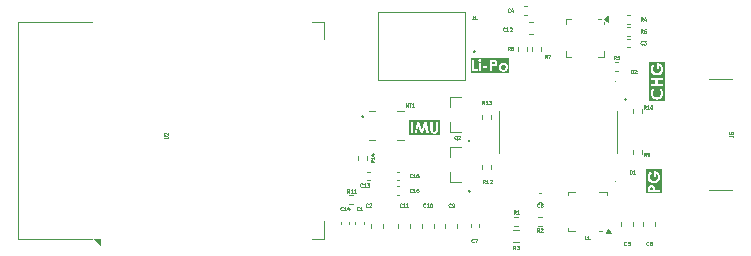
<source format=gbr>
%TF.GenerationSoftware,KiCad,Pcbnew,9.0.2*%
%TF.CreationDate,2025-11-10T16:04:38+08:00*%
%TF.ProjectId,TrlBoard,54726c42-6f61-4726-942e-6b696361645f,rev?*%
%TF.SameCoordinates,Original*%
%TF.FileFunction,Legend,Top*%
%TF.FilePolarity,Positive*%
%FSLAX46Y46*%
G04 Gerber Fmt 4.6, Leading zero omitted, Abs format (unit mm)*
G04 Created by KiCad (PCBNEW 9.0.2) date 2025-11-10 16:04:38*
%MOMM*%
%LPD*%
G01*
G04 APERTURE LIST*
%ADD10C,0.075000*%
%ADD11C,0.250000*%
%ADD12C,0.100000*%
G04 APERTURE END LIST*
D10*
X181450000Y-83357314D02*
X181435714Y-83371600D01*
X181435714Y-83371600D02*
X181392857Y-83385885D01*
X181392857Y-83385885D02*
X181364285Y-83385885D01*
X181364285Y-83385885D02*
X181321428Y-83371600D01*
X181321428Y-83371600D02*
X181292857Y-83343028D01*
X181292857Y-83343028D02*
X181278571Y-83314457D01*
X181278571Y-83314457D02*
X181264285Y-83257314D01*
X181264285Y-83257314D02*
X181264285Y-83214457D01*
X181264285Y-83214457D02*
X181278571Y-83157314D01*
X181278571Y-83157314D02*
X181292857Y-83128742D01*
X181292857Y-83128742D02*
X181321428Y-83100171D01*
X181321428Y-83100171D02*
X181364285Y-83085885D01*
X181364285Y-83085885D02*
X181392857Y-83085885D01*
X181392857Y-83085885D02*
X181435714Y-83100171D01*
X181435714Y-83100171D02*
X181450000Y-83114457D01*
X181707143Y-83085885D02*
X181650000Y-83085885D01*
X181650000Y-83085885D02*
X181621428Y-83100171D01*
X181621428Y-83100171D02*
X181607143Y-83114457D01*
X181607143Y-83114457D02*
X181578571Y-83157314D01*
X181578571Y-83157314D02*
X181564285Y-83214457D01*
X181564285Y-83214457D02*
X181564285Y-83328742D01*
X181564285Y-83328742D02*
X181578571Y-83357314D01*
X181578571Y-83357314D02*
X181592857Y-83371600D01*
X181592857Y-83371600D02*
X181621428Y-83385885D01*
X181621428Y-83385885D02*
X181678571Y-83385885D01*
X181678571Y-83385885D02*
X181707143Y-83371600D01*
X181707143Y-83371600D02*
X181721428Y-83357314D01*
X181721428Y-83357314D02*
X181735714Y-83328742D01*
X181735714Y-83328742D02*
X181735714Y-83257314D01*
X181735714Y-83257314D02*
X181721428Y-83228742D01*
X181721428Y-83228742D02*
X181707143Y-83214457D01*
X181707143Y-83214457D02*
X181678571Y-83200171D01*
X181678571Y-83200171D02*
X181621428Y-83200171D01*
X181621428Y-83200171D02*
X181592857Y-83214457D01*
X181592857Y-83214457D02*
X181578571Y-83228742D01*
X181578571Y-83228742D02*
X181564285Y-83257314D01*
X172200000Y-82234885D02*
X172100000Y-82092028D01*
X172028571Y-82234885D02*
X172028571Y-81934885D01*
X172028571Y-81934885D02*
X172142857Y-81934885D01*
X172142857Y-81934885D02*
X172171428Y-81949171D01*
X172171428Y-81949171D02*
X172185714Y-81963457D01*
X172185714Y-81963457D02*
X172200000Y-81992028D01*
X172200000Y-81992028D02*
X172200000Y-82034885D01*
X172200000Y-82034885D02*
X172185714Y-82063457D01*
X172185714Y-82063457D02*
X172171428Y-82077742D01*
X172171428Y-82077742D02*
X172142857Y-82092028D01*
X172142857Y-82092028D02*
X172028571Y-82092028D01*
X172314285Y-81963457D02*
X172328571Y-81949171D01*
X172328571Y-81949171D02*
X172357143Y-81934885D01*
X172357143Y-81934885D02*
X172428571Y-81934885D01*
X172428571Y-81934885D02*
X172457143Y-81949171D01*
X172457143Y-81949171D02*
X172471428Y-81963457D01*
X172471428Y-81963457D02*
X172485714Y-81992028D01*
X172485714Y-81992028D02*
X172485714Y-82020600D01*
X172485714Y-82020600D02*
X172471428Y-82063457D01*
X172471428Y-82063457D02*
X172300000Y-82234885D01*
X172300000Y-82234885D02*
X172485714Y-82234885D01*
D11*
G36*
X169215363Y-68081872D02*
G01*
X169263303Y-68101943D01*
X169304623Y-68135420D01*
X169335780Y-68178791D01*
X169354913Y-68230452D01*
X169361654Y-68292712D01*
X169354830Y-68354924D01*
X169335388Y-68406957D01*
X169303585Y-68451043D01*
X169261584Y-68485252D01*
X169213720Y-68505590D01*
X169158077Y-68512592D01*
X169102418Y-68505637D01*
X169054919Y-68485509D01*
X169013608Y-68451775D01*
X168982502Y-68408151D01*
X168963343Y-68355924D01*
X168956577Y-68292712D01*
X168963339Y-68231383D01*
X168982643Y-68179898D01*
X169014279Y-68136092D01*
X169056050Y-68102073D01*
X169103577Y-68081862D01*
X169158749Y-68074909D01*
X169215363Y-68081872D01*
G37*
G36*
X168348386Y-67847282D02*
G01*
X168386853Y-67854553D01*
X168410084Y-67864310D01*
X168434928Y-67885466D01*
X168449831Y-67913170D01*
X168455146Y-67949612D01*
X168450966Y-67981415D01*
X168439087Y-68007070D01*
X168420149Y-68027378D01*
X168395002Y-68041142D01*
X168361564Y-68048270D01*
X168295351Y-68051461D01*
X168234534Y-68051461D01*
X168234534Y-67844344D01*
X168288512Y-67844344D01*
X168348386Y-67847282D01*
G37*
G36*
X169675209Y-68809539D02*
G01*
X166381211Y-68809539D01*
X166381211Y-68665000D01*
X166506211Y-68665000D01*
X166976195Y-68665000D01*
X167080670Y-68665000D01*
X167267882Y-68665000D01*
X167267882Y-68379724D01*
X167462238Y-68379724D01*
X167809246Y-68379724D01*
X167809246Y-68207777D01*
X167462238Y-68207777D01*
X167462238Y-68379724D01*
X167267882Y-68379724D01*
X167267882Y-68051461D01*
X168043231Y-68051461D01*
X168043231Y-68665000D01*
X168234534Y-68665000D01*
X168234534Y-68294422D01*
X168770769Y-68294422D01*
X168778007Y-68373593D01*
X168799127Y-68445062D01*
X168834052Y-68510416D01*
X168883793Y-68570783D01*
X168943907Y-68620994D01*
X169008630Y-68656125D01*
X169079056Y-68677299D01*
X169156734Y-68684539D01*
X169227767Y-68678693D01*
X169293664Y-68661494D01*
X169355487Y-68632943D01*
X169411408Y-68594099D01*
X169458670Y-68546655D01*
X169497941Y-68489816D01*
X169527042Y-68427102D01*
X169544377Y-68361840D01*
X169550209Y-68293079D01*
X169544399Y-68224772D01*
X169527155Y-68160186D01*
X169498247Y-68098356D01*
X169459179Y-68042472D01*
X169411302Y-67995098D01*
X169353777Y-67955596D01*
X169290417Y-67926254D01*
X169224824Y-67908816D01*
X169156062Y-67902962D01*
X169085302Y-67909300D01*
X169019521Y-67928005D01*
X168957548Y-67959259D01*
X168898508Y-68004078D01*
X168852027Y-68053476D01*
X168816626Y-68106515D01*
X168791409Y-68163753D01*
X168776042Y-68226032D01*
X168770901Y-68292712D01*
X168770769Y-68294422D01*
X168234534Y-68294422D01*
X168234534Y-68235132D01*
X168369417Y-68230281D01*
X168436034Y-68219562D01*
X168495662Y-68196244D01*
X168544903Y-68164249D01*
X168585267Y-68123391D01*
X168615240Y-68074689D01*
X168633766Y-68017572D01*
X168640283Y-67949918D01*
X168635317Y-67888338D01*
X168621131Y-67834963D01*
X168598273Y-67788351D01*
X168566675Y-67747375D01*
X168528670Y-67715111D01*
X168483479Y-67690837D01*
X168433393Y-67675840D01*
X168357125Y-67664954D01*
X168246136Y-67660673D01*
X168043231Y-67660673D01*
X168043231Y-68051461D01*
X167267882Y-68051461D01*
X167267882Y-67922501D01*
X167080670Y-67922501D01*
X167080670Y-68665000D01*
X166976195Y-68665000D01*
X166976195Y-68481329D01*
X166697453Y-68481329D01*
X166697453Y-67734801D01*
X167055391Y-67734801D01*
X167059379Y-67768149D01*
X167071012Y-67797363D01*
X167090562Y-67823461D01*
X167115880Y-67843889D01*
X167143899Y-67855891D01*
X167175619Y-67859975D01*
X167206489Y-67855990D01*
X167233955Y-67844243D01*
X167258967Y-67824193D01*
X167278381Y-67798559D01*
X167289895Y-67770006D01*
X167293833Y-67737548D01*
X167289856Y-67704697D01*
X167278236Y-67675844D01*
X167258662Y-67649987D01*
X167233379Y-67629705D01*
X167205573Y-67617814D01*
X167174276Y-67613778D01*
X167142940Y-67617752D01*
X167115237Y-67629424D01*
X167090195Y-67649255D01*
X167070793Y-67674643D01*
X167059311Y-67702835D01*
X167055391Y-67734801D01*
X166697453Y-67734801D01*
X166697453Y-67660673D01*
X166506211Y-67660673D01*
X166506211Y-68665000D01*
X166381211Y-68665000D01*
X166381211Y-67488778D01*
X169675209Y-67488778D01*
X169675209Y-68809539D01*
G37*
G36*
X181731415Y-78457616D02*
G01*
X181757070Y-78469494D01*
X181777378Y-78488433D01*
X181791142Y-78513580D01*
X181798270Y-78547018D01*
X181801461Y-78613231D01*
X181801461Y-78674048D01*
X181594344Y-78674048D01*
X181594344Y-78620070D01*
X181597282Y-78560196D01*
X181604553Y-78521729D01*
X181614310Y-78498498D01*
X181635466Y-78473654D01*
X181663170Y-78458751D01*
X181699612Y-78453436D01*
X181731415Y-78457616D01*
G37*
G36*
X182563447Y-78990351D02*
G01*
X181262226Y-78990351D01*
X181262226Y-78662446D01*
X181410673Y-78662446D01*
X181410673Y-78865351D01*
X182415000Y-78865351D01*
X182415000Y-78674048D01*
X181985132Y-78674048D01*
X181980281Y-78539165D01*
X181969562Y-78472548D01*
X181946244Y-78412920D01*
X181914249Y-78363679D01*
X181873391Y-78323315D01*
X181824689Y-78293342D01*
X181767572Y-78274816D01*
X181699918Y-78268299D01*
X181638338Y-78273265D01*
X181584963Y-78287451D01*
X181538351Y-78310309D01*
X181497375Y-78341907D01*
X181465111Y-78379912D01*
X181440837Y-78425103D01*
X181425840Y-78475189D01*
X181414954Y-78551457D01*
X181412308Y-78620070D01*
X181410673Y-78662446D01*
X181262226Y-78662446D01*
X181262226Y-77587228D01*
X181387226Y-77587228D01*
X181394618Y-77686338D01*
X181415994Y-77775095D01*
X181450752Y-77855200D01*
X181499114Y-77927993D01*
X181562103Y-77994381D01*
X181623551Y-78042236D01*
X181688181Y-78078863D01*
X181756556Y-78104967D01*
X181829429Y-78120812D01*
X181907707Y-78126211D01*
X181979311Y-78121704D01*
X182047828Y-78108342D01*
X182113852Y-78086141D01*
X182177901Y-78054831D01*
X182237440Y-78015526D01*
X182289049Y-77970304D01*
X182333370Y-77918908D01*
X182370792Y-77860841D01*
X182399970Y-77798479D01*
X182421067Y-77731636D01*
X182434010Y-77659644D01*
X182438447Y-77581733D01*
X182431188Y-77485905D01*
X182410355Y-77401630D01*
X182376714Y-77326988D01*
X182329939Y-77259761D01*
X182270672Y-77200951D01*
X182197501Y-77150034D01*
X182117023Y-77111819D01*
X182034602Y-77089247D01*
X181949045Y-77081707D01*
X181906974Y-77083050D01*
X181906974Y-77588572D01*
X182086737Y-77588572D01*
X182086737Y-77297556D01*
X182141125Y-77329459D01*
X182182978Y-77365970D01*
X182214110Y-77407221D01*
X182236064Y-77454157D01*
X182249884Y-77509256D01*
X182254776Y-77574222D01*
X182248229Y-77648701D01*
X182229227Y-77715287D01*
X182198018Y-77775497D01*
X182153904Y-77830433D01*
X182100140Y-77876212D01*
X182041941Y-77908263D01*
X181978284Y-77927609D01*
X181907707Y-77934236D01*
X181839463Y-77927853D01*
X181777805Y-77909206D01*
X181721337Y-77878301D01*
X181669082Y-77834158D01*
X181626170Y-77781179D01*
X181595795Y-77722937D01*
X181577282Y-77658341D01*
X181570896Y-77585885D01*
X181576287Y-77519909D01*
X181592225Y-77457950D01*
X181618809Y-77399091D01*
X181656733Y-77342612D01*
X181707245Y-77288031D01*
X181575048Y-77153453D01*
X181513128Y-77218230D01*
X181467287Y-77280903D01*
X181435341Y-77342008D01*
X181408780Y-77419315D01*
X181392688Y-77500786D01*
X181387226Y-77587228D01*
X181262226Y-77587228D01*
X181262226Y-76956707D01*
X182563447Y-76956707D01*
X182563447Y-78990351D01*
G37*
G36*
X182813447Y-71169163D02*
G01*
X181512226Y-71169163D01*
X181512226Y-70508599D01*
X181637226Y-70508599D01*
X181641695Y-70580843D01*
X181654948Y-70650040D01*
X181676962Y-70716770D01*
X181707995Y-70781541D01*
X181746973Y-70842230D01*
X181791025Y-70894447D01*
X181840297Y-70938937D01*
X181895146Y-70976202D01*
X181954442Y-71005546D01*
X182018066Y-71026726D01*
X182086697Y-71039710D01*
X182161127Y-71044163D01*
X182253100Y-71037803D01*
X182335732Y-71019416D01*
X182410453Y-70989595D01*
X182478428Y-70948313D01*
X182540497Y-70894931D01*
X182593286Y-70832476D01*
X182634204Y-70763909D01*
X182663823Y-70688364D01*
X182682113Y-70604659D01*
X182688447Y-70511347D01*
X182683509Y-70427455D01*
X182669311Y-70352487D01*
X182646498Y-70285239D01*
X182613818Y-70222186D01*
X182564782Y-70152424D01*
X182496106Y-70074824D01*
X182361039Y-70204639D01*
X182413212Y-70262212D01*
X182449853Y-70312388D01*
X182473818Y-70356253D01*
X182490820Y-70403144D01*
X182501215Y-70453711D01*
X182504776Y-70508599D01*
X182499726Y-70572570D01*
X182484930Y-70631461D01*
X182460507Y-70686225D01*
X182427030Y-70735797D01*
X182386578Y-70776753D01*
X182338569Y-70809873D01*
X182285249Y-70833835D01*
X182226381Y-70848523D01*
X182160821Y-70853592D01*
X182090747Y-70847226D01*
X182027993Y-70828715D01*
X181971097Y-70798217D01*
X181919021Y-70754918D01*
X181875986Y-70702554D01*
X181845649Y-70645374D01*
X181827231Y-70582345D01*
X181820896Y-70512019D01*
X181826446Y-70446219D01*
X181842984Y-70383374D01*
X181870816Y-70322597D01*
X181910868Y-70263181D01*
X181964633Y-70204639D01*
X181837871Y-70070733D01*
X181778454Y-70130004D01*
X181729150Y-70195942D01*
X181689433Y-70269180D01*
X181660329Y-70347276D01*
X181643014Y-70426829D01*
X181637226Y-70508599D01*
X181512226Y-70508599D01*
X181512226Y-69373603D01*
X181660673Y-69373603D01*
X182039738Y-69373603D01*
X182039738Y-69709681D01*
X181660673Y-69709681D01*
X181660673Y-69903732D01*
X182665000Y-69903732D01*
X182665000Y-69709681D01*
X182223408Y-69709681D01*
X182223408Y-69373603D01*
X182665000Y-69373603D01*
X182665000Y-69180285D01*
X181660673Y-69180285D01*
X181660673Y-69373603D01*
X181512226Y-69373603D01*
X181512226Y-68457570D01*
X181637226Y-68457570D01*
X181644618Y-68556679D01*
X181665994Y-68645437D01*
X181700752Y-68725541D01*
X181749114Y-68798335D01*
X181812103Y-68864723D01*
X181873551Y-68912578D01*
X181938181Y-68949205D01*
X182006556Y-68975308D01*
X182079429Y-68991154D01*
X182157707Y-68996553D01*
X182229311Y-68992046D01*
X182297828Y-68978683D01*
X182363852Y-68956483D01*
X182427901Y-68925173D01*
X182487440Y-68885868D01*
X182539049Y-68840645D01*
X182583370Y-68789250D01*
X182620792Y-68731183D01*
X182649970Y-68668821D01*
X182671067Y-68601978D01*
X182684010Y-68529986D01*
X182688447Y-68452075D01*
X182681188Y-68356247D01*
X182660355Y-68271972D01*
X182626714Y-68197329D01*
X182579939Y-68130103D01*
X182520672Y-68071293D01*
X182447501Y-68020375D01*
X182367023Y-67982160D01*
X182284602Y-67959589D01*
X182199045Y-67952049D01*
X182156974Y-67953392D01*
X182156974Y-68458913D01*
X182336737Y-68458913D01*
X182336737Y-68167898D01*
X182391125Y-68199801D01*
X182432978Y-68236312D01*
X182464110Y-68277563D01*
X182486064Y-68324499D01*
X182499884Y-68379598D01*
X182504776Y-68444564D01*
X182498229Y-68519043D01*
X182479227Y-68585629D01*
X182448018Y-68645839D01*
X182403904Y-68700775D01*
X182350140Y-68746554D01*
X182291941Y-68778605D01*
X182228284Y-68797951D01*
X182157707Y-68804578D01*
X182089463Y-68798194D01*
X182027805Y-68779548D01*
X181971337Y-68748643D01*
X181919082Y-68704500D01*
X181876170Y-68651521D01*
X181845795Y-68593278D01*
X181827282Y-68528683D01*
X181820896Y-68456227D01*
X181826287Y-68390251D01*
X181842225Y-68328292D01*
X181868809Y-68269433D01*
X181906733Y-68212954D01*
X181957245Y-68158373D01*
X181825048Y-68023795D01*
X181763128Y-68088572D01*
X181717287Y-68151244D01*
X181685341Y-68212350D01*
X181658780Y-68289657D01*
X181642688Y-68371128D01*
X181637226Y-68457570D01*
X181512226Y-68457570D01*
X181512226Y-67827049D01*
X182813447Y-67827049D01*
X182813447Y-71169163D01*
G37*
G36*
X163790405Y-74063447D02*
G01*
X161203123Y-74063447D01*
X161203123Y-73915000D01*
X161328123Y-73915000D01*
X161518022Y-73915000D01*
X161656080Y-73915000D01*
X161842560Y-73915000D01*
X161952530Y-73280701D01*
X162163617Y-73915000D01*
X162332328Y-73915000D01*
X162546162Y-73280701D01*
X162654056Y-73915000D01*
X162838521Y-73915000D01*
X162769946Y-73508396D01*
X162985067Y-73508396D01*
X162990061Y-73629272D01*
X163002661Y-73710733D01*
X163019871Y-73762958D01*
X163047570Y-73809471D01*
X163085685Y-73851142D01*
X163135642Y-73888377D01*
X163191553Y-73915742D01*
X163254471Y-73932592D01*
X163325907Y-73938447D01*
X163405993Y-73931559D01*
X163472087Y-73912252D01*
X163512000Y-73891820D01*
X163548901Y-73865058D01*
X163583095Y-73831468D01*
X163624200Y-73774674D01*
X163648308Y-73718323D01*
X163660103Y-73648170D01*
X163665405Y-73508396D01*
X163665405Y-72910673D01*
X163473491Y-72910673D01*
X163473491Y-73535935D01*
X163469066Y-73628689D01*
X163459447Y-73672650D01*
X163440197Y-73704840D01*
X163408889Y-73731634D01*
X163369719Y-73748761D01*
X163321816Y-73754776D01*
X163276545Y-73749339D01*
X163240178Y-73734016D01*
X163210973Y-73709535D01*
X163191635Y-73678450D01*
X163181446Y-73637415D01*
X163176980Y-73559748D01*
X163176980Y-72910673D01*
X162985067Y-72910673D01*
X162985067Y-73508396D01*
X162769946Y-73508396D01*
X162669138Y-72910673D01*
X162484674Y-72910673D01*
X162248980Y-73611161D01*
X162016766Y-72910673D01*
X161829554Y-72910673D01*
X161656080Y-73915000D01*
X161518022Y-73915000D01*
X161518022Y-72910673D01*
X161328123Y-72910673D01*
X161328123Y-73915000D01*
X161203123Y-73915000D01*
X161203123Y-72785673D01*
X163790405Y-72785673D01*
X163790405Y-74063447D01*
G37*
D10*
X160892857Y-71634885D02*
X160892857Y-71334885D01*
X160892857Y-71334885D02*
X160992857Y-71549171D01*
X160992857Y-71549171D02*
X161092857Y-71334885D01*
X161092857Y-71334885D02*
X161092857Y-71634885D01*
X161192857Y-71334885D02*
X161364286Y-71334885D01*
X161278571Y-71634885D02*
X161278571Y-71334885D01*
X161621428Y-71634885D02*
X161449999Y-71634885D01*
X161535714Y-71634885D02*
X161535714Y-71334885D01*
X161535714Y-71334885D02*
X161507142Y-71377742D01*
X161507142Y-71377742D02*
X161478571Y-71406314D01*
X161478571Y-71406314D02*
X161449999Y-71420600D01*
X158234885Y-76182856D02*
X158092028Y-76282856D01*
X158234885Y-76354285D02*
X157934885Y-76354285D01*
X157934885Y-76354285D02*
X157934885Y-76239999D01*
X157934885Y-76239999D02*
X157949171Y-76211428D01*
X157949171Y-76211428D02*
X157963457Y-76197142D01*
X157963457Y-76197142D02*
X157992028Y-76182856D01*
X157992028Y-76182856D02*
X158034885Y-76182856D01*
X158034885Y-76182856D02*
X158063457Y-76197142D01*
X158063457Y-76197142D02*
X158077742Y-76211428D01*
X158077742Y-76211428D02*
X158092028Y-76239999D01*
X158092028Y-76239999D02*
X158092028Y-76354285D01*
X158234885Y-75897142D02*
X158234885Y-76068571D01*
X158234885Y-75982856D02*
X157934885Y-75982856D01*
X157934885Y-75982856D02*
X157977742Y-76011428D01*
X157977742Y-76011428D02*
X158006314Y-76039999D01*
X158006314Y-76039999D02*
X158020600Y-76068571D01*
X158034885Y-75640000D02*
X158234885Y-75640000D01*
X157920600Y-75711428D02*
X158134885Y-75782857D01*
X158134885Y-75782857D02*
X158134885Y-75597142D01*
X179878571Y-77334885D02*
X179878571Y-77034885D01*
X179878571Y-77034885D02*
X179950000Y-77034885D01*
X179950000Y-77034885D02*
X179992857Y-77049171D01*
X179992857Y-77049171D02*
X180021428Y-77077742D01*
X180021428Y-77077742D02*
X180035714Y-77106314D01*
X180035714Y-77106314D02*
X180050000Y-77163457D01*
X180050000Y-77163457D02*
X180050000Y-77206314D01*
X180050000Y-77206314D02*
X180035714Y-77263457D01*
X180035714Y-77263457D02*
X180021428Y-77292028D01*
X180021428Y-77292028D02*
X179992857Y-77320600D01*
X179992857Y-77320600D02*
X179950000Y-77334885D01*
X179950000Y-77334885D02*
X179878571Y-77334885D01*
X180335714Y-77334885D02*
X180164285Y-77334885D01*
X180250000Y-77334885D02*
X180250000Y-77034885D01*
X180250000Y-77034885D02*
X180221428Y-77077742D01*
X180221428Y-77077742D02*
X180192857Y-77106314D01*
X180192857Y-77106314D02*
X180164285Y-77120600D01*
X179978571Y-68834885D02*
X179978571Y-68534885D01*
X179978571Y-68534885D02*
X180050000Y-68534885D01*
X180050000Y-68534885D02*
X180092857Y-68549171D01*
X180092857Y-68549171D02*
X180121428Y-68577742D01*
X180121428Y-68577742D02*
X180135714Y-68606314D01*
X180135714Y-68606314D02*
X180150000Y-68663457D01*
X180150000Y-68663457D02*
X180150000Y-68706314D01*
X180150000Y-68706314D02*
X180135714Y-68763457D01*
X180135714Y-68763457D02*
X180121428Y-68792028D01*
X180121428Y-68792028D02*
X180092857Y-68820600D01*
X180092857Y-68820600D02*
X180050000Y-68834885D01*
X180050000Y-68834885D02*
X179978571Y-68834885D01*
X180264285Y-68563457D02*
X180278571Y-68549171D01*
X180278571Y-68549171D02*
X180307143Y-68534885D01*
X180307143Y-68534885D02*
X180378571Y-68534885D01*
X180378571Y-68534885D02*
X180407143Y-68549171D01*
X180407143Y-68549171D02*
X180421428Y-68563457D01*
X180421428Y-68563457D02*
X180435714Y-68592028D01*
X180435714Y-68592028D02*
X180435714Y-68620600D01*
X180435714Y-68620600D02*
X180421428Y-68663457D01*
X180421428Y-68663457D02*
X180250000Y-68834885D01*
X180250000Y-68834885D02*
X180435714Y-68834885D01*
X161407143Y-78856314D02*
X161392857Y-78870600D01*
X161392857Y-78870600D02*
X161350000Y-78884885D01*
X161350000Y-78884885D02*
X161321428Y-78884885D01*
X161321428Y-78884885D02*
X161278571Y-78870600D01*
X161278571Y-78870600D02*
X161250000Y-78842028D01*
X161250000Y-78842028D02*
X161235714Y-78813457D01*
X161235714Y-78813457D02*
X161221428Y-78756314D01*
X161221428Y-78756314D02*
X161221428Y-78713457D01*
X161221428Y-78713457D02*
X161235714Y-78656314D01*
X161235714Y-78656314D02*
X161250000Y-78627742D01*
X161250000Y-78627742D02*
X161278571Y-78599171D01*
X161278571Y-78599171D02*
X161321428Y-78584885D01*
X161321428Y-78584885D02*
X161350000Y-78584885D01*
X161350000Y-78584885D02*
X161392857Y-78599171D01*
X161392857Y-78599171D02*
X161407143Y-78613457D01*
X161692857Y-78884885D02*
X161521428Y-78884885D01*
X161607143Y-78884885D02*
X161607143Y-78584885D01*
X161607143Y-78584885D02*
X161578571Y-78627742D01*
X161578571Y-78627742D02*
X161550000Y-78656314D01*
X161550000Y-78656314D02*
X161521428Y-78670600D01*
X161950000Y-78584885D02*
X161892857Y-78584885D01*
X161892857Y-78584885D02*
X161864285Y-78599171D01*
X161864285Y-78599171D02*
X161850000Y-78613457D01*
X161850000Y-78613457D02*
X161821428Y-78656314D01*
X161821428Y-78656314D02*
X161807142Y-78713457D01*
X161807142Y-78713457D02*
X161807142Y-78827742D01*
X161807142Y-78827742D02*
X161821428Y-78856314D01*
X161821428Y-78856314D02*
X161835714Y-78870600D01*
X161835714Y-78870600D02*
X161864285Y-78884885D01*
X161864285Y-78884885D02*
X161921428Y-78884885D01*
X161921428Y-78884885D02*
X161950000Y-78870600D01*
X161950000Y-78870600D02*
X161964285Y-78856314D01*
X161964285Y-78856314D02*
X161978571Y-78827742D01*
X161978571Y-78827742D02*
X161978571Y-78756314D01*
X161978571Y-78756314D02*
X161964285Y-78727742D01*
X161964285Y-78727742D02*
X161950000Y-78713457D01*
X161950000Y-78713457D02*
X161921428Y-78699171D01*
X161921428Y-78699171D02*
X161864285Y-78699171D01*
X161864285Y-78699171D02*
X161835714Y-78713457D01*
X161835714Y-78713457D02*
X161821428Y-78727742D01*
X161821428Y-78727742D02*
X161807142Y-78756314D01*
X161407143Y-77606314D02*
X161392857Y-77620600D01*
X161392857Y-77620600D02*
X161350000Y-77634885D01*
X161350000Y-77634885D02*
X161321428Y-77634885D01*
X161321428Y-77634885D02*
X161278571Y-77620600D01*
X161278571Y-77620600D02*
X161250000Y-77592028D01*
X161250000Y-77592028D02*
X161235714Y-77563457D01*
X161235714Y-77563457D02*
X161221428Y-77506314D01*
X161221428Y-77506314D02*
X161221428Y-77463457D01*
X161221428Y-77463457D02*
X161235714Y-77406314D01*
X161235714Y-77406314D02*
X161250000Y-77377742D01*
X161250000Y-77377742D02*
X161278571Y-77349171D01*
X161278571Y-77349171D02*
X161321428Y-77334885D01*
X161321428Y-77334885D02*
X161350000Y-77334885D01*
X161350000Y-77334885D02*
X161392857Y-77349171D01*
X161392857Y-77349171D02*
X161407143Y-77363457D01*
X161692857Y-77634885D02*
X161521428Y-77634885D01*
X161607143Y-77634885D02*
X161607143Y-77334885D01*
X161607143Y-77334885D02*
X161578571Y-77377742D01*
X161578571Y-77377742D02*
X161550000Y-77406314D01*
X161550000Y-77406314D02*
X161521428Y-77420600D01*
X161964285Y-77334885D02*
X161821428Y-77334885D01*
X161821428Y-77334885D02*
X161807142Y-77477742D01*
X161807142Y-77477742D02*
X161821428Y-77463457D01*
X161821428Y-77463457D02*
X161850000Y-77449171D01*
X161850000Y-77449171D02*
X161921428Y-77449171D01*
X161921428Y-77449171D02*
X161950000Y-77463457D01*
X161950000Y-77463457D02*
X161964285Y-77477742D01*
X161964285Y-77477742D02*
X161978571Y-77506314D01*
X161978571Y-77506314D02*
X161978571Y-77577742D01*
X161978571Y-77577742D02*
X161964285Y-77606314D01*
X161964285Y-77606314D02*
X161950000Y-77620600D01*
X161950000Y-77620600D02*
X161921428Y-77634885D01*
X161921428Y-77634885D02*
X161850000Y-77634885D01*
X161850000Y-77634885D02*
X161821428Y-77620600D01*
X161821428Y-77620600D02*
X161807142Y-77606314D01*
X157207143Y-78406314D02*
X157192857Y-78420600D01*
X157192857Y-78420600D02*
X157150000Y-78434885D01*
X157150000Y-78434885D02*
X157121428Y-78434885D01*
X157121428Y-78434885D02*
X157078571Y-78420600D01*
X157078571Y-78420600D02*
X157050000Y-78392028D01*
X157050000Y-78392028D02*
X157035714Y-78363457D01*
X157035714Y-78363457D02*
X157021428Y-78306314D01*
X157021428Y-78306314D02*
X157021428Y-78263457D01*
X157021428Y-78263457D02*
X157035714Y-78206314D01*
X157035714Y-78206314D02*
X157050000Y-78177742D01*
X157050000Y-78177742D02*
X157078571Y-78149171D01*
X157078571Y-78149171D02*
X157121428Y-78134885D01*
X157121428Y-78134885D02*
X157150000Y-78134885D01*
X157150000Y-78134885D02*
X157192857Y-78149171D01*
X157192857Y-78149171D02*
X157207143Y-78163457D01*
X157492857Y-78434885D02*
X157321428Y-78434885D01*
X157407143Y-78434885D02*
X157407143Y-78134885D01*
X157407143Y-78134885D02*
X157378571Y-78177742D01*
X157378571Y-78177742D02*
X157350000Y-78206314D01*
X157350000Y-78206314D02*
X157321428Y-78220600D01*
X157592857Y-78134885D02*
X157778571Y-78134885D01*
X157778571Y-78134885D02*
X157678571Y-78249171D01*
X157678571Y-78249171D02*
X157721428Y-78249171D01*
X157721428Y-78249171D02*
X157750000Y-78263457D01*
X157750000Y-78263457D02*
X157764285Y-78277742D01*
X157764285Y-78277742D02*
X157778571Y-78306314D01*
X157778571Y-78306314D02*
X157778571Y-78377742D01*
X157778571Y-78377742D02*
X157764285Y-78406314D01*
X157764285Y-78406314D02*
X157750000Y-78420600D01*
X157750000Y-78420600D02*
X157721428Y-78434885D01*
X157721428Y-78434885D02*
X157635714Y-78434885D01*
X157635714Y-78434885D02*
X157607142Y-78420600D01*
X157607142Y-78420600D02*
X157592857Y-78406314D01*
X170190000Y-83734885D02*
X170090000Y-83592028D01*
X170018571Y-83734885D02*
X170018571Y-83434885D01*
X170018571Y-83434885D02*
X170132857Y-83434885D01*
X170132857Y-83434885D02*
X170161428Y-83449171D01*
X170161428Y-83449171D02*
X170175714Y-83463457D01*
X170175714Y-83463457D02*
X170190000Y-83492028D01*
X170190000Y-83492028D02*
X170190000Y-83534885D01*
X170190000Y-83534885D02*
X170175714Y-83563457D01*
X170175714Y-83563457D02*
X170161428Y-83577742D01*
X170161428Y-83577742D02*
X170132857Y-83592028D01*
X170132857Y-83592028D02*
X170018571Y-83592028D01*
X170290000Y-83434885D02*
X170475714Y-83434885D01*
X170475714Y-83434885D02*
X170375714Y-83549171D01*
X170375714Y-83549171D02*
X170418571Y-83549171D01*
X170418571Y-83549171D02*
X170447143Y-83563457D01*
X170447143Y-83563457D02*
X170461428Y-83577742D01*
X170461428Y-83577742D02*
X170475714Y-83606314D01*
X170475714Y-83606314D02*
X170475714Y-83677742D01*
X170475714Y-83677742D02*
X170461428Y-83706314D01*
X170461428Y-83706314D02*
X170447143Y-83720600D01*
X170447143Y-83720600D02*
X170418571Y-83734885D01*
X170418571Y-83734885D02*
X170332857Y-83734885D01*
X170332857Y-83734885D02*
X170304285Y-83720600D01*
X170304285Y-83720600D02*
X170290000Y-83706314D01*
X169307143Y-65206314D02*
X169292857Y-65220600D01*
X169292857Y-65220600D02*
X169250000Y-65234885D01*
X169250000Y-65234885D02*
X169221428Y-65234885D01*
X169221428Y-65234885D02*
X169178571Y-65220600D01*
X169178571Y-65220600D02*
X169150000Y-65192028D01*
X169150000Y-65192028D02*
X169135714Y-65163457D01*
X169135714Y-65163457D02*
X169121428Y-65106314D01*
X169121428Y-65106314D02*
X169121428Y-65063457D01*
X169121428Y-65063457D02*
X169135714Y-65006314D01*
X169135714Y-65006314D02*
X169150000Y-64977742D01*
X169150000Y-64977742D02*
X169178571Y-64949171D01*
X169178571Y-64949171D02*
X169221428Y-64934885D01*
X169221428Y-64934885D02*
X169250000Y-64934885D01*
X169250000Y-64934885D02*
X169292857Y-64949171D01*
X169292857Y-64949171D02*
X169307143Y-64963457D01*
X169592857Y-65234885D02*
X169421428Y-65234885D01*
X169507143Y-65234885D02*
X169507143Y-64934885D01*
X169507143Y-64934885D02*
X169478571Y-64977742D01*
X169478571Y-64977742D02*
X169450000Y-65006314D01*
X169450000Y-65006314D02*
X169421428Y-65020600D01*
X169707142Y-64963457D02*
X169721428Y-64949171D01*
X169721428Y-64949171D02*
X169750000Y-64934885D01*
X169750000Y-64934885D02*
X169821428Y-64934885D01*
X169821428Y-64934885D02*
X169850000Y-64949171D01*
X169850000Y-64949171D02*
X169864285Y-64963457D01*
X169864285Y-64963457D02*
X169878571Y-64992028D01*
X169878571Y-64992028D02*
X169878571Y-65020600D01*
X169878571Y-65020600D02*
X169864285Y-65063457D01*
X169864285Y-65063457D02*
X169692857Y-65234885D01*
X169692857Y-65234885D02*
X169878571Y-65234885D01*
X172200000Y-80106314D02*
X172185714Y-80120600D01*
X172185714Y-80120600D02*
X172142857Y-80134885D01*
X172142857Y-80134885D02*
X172114285Y-80134885D01*
X172114285Y-80134885D02*
X172071428Y-80120600D01*
X172071428Y-80120600D02*
X172042857Y-80092028D01*
X172042857Y-80092028D02*
X172028571Y-80063457D01*
X172028571Y-80063457D02*
X172014285Y-80006314D01*
X172014285Y-80006314D02*
X172014285Y-79963457D01*
X172014285Y-79963457D02*
X172028571Y-79906314D01*
X172028571Y-79906314D02*
X172042857Y-79877742D01*
X172042857Y-79877742D02*
X172071428Y-79849171D01*
X172071428Y-79849171D02*
X172114285Y-79834885D01*
X172114285Y-79834885D02*
X172142857Y-79834885D01*
X172142857Y-79834885D02*
X172185714Y-79849171D01*
X172185714Y-79849171D02*
X172200000Y-79863457D01*
X172371428Y-79963457D02*
X172342857Y-79949171D01*
X172342857Y-79949171D02*
X172328571Y-79934885D01*
X172328571Y-79934885D02*
X172314285Y-79906314D01*
X172314285Y-79906314D02*
X172314285Y-79892028D01*
X172314285Y-79892028D02*
X172328571Y-79863457D01*
X172328571Y-79863457D02*
X172342857Y-79849171D01*
X172342857Y-79849171D02*
X172371428Y-79834885D01*
X172371428Y-79834885D02*
X172428571Y-79834885D01*
X172428571Y-79834885D02*
X172457143Y-79849171D01*
X172457143Y-79849171D02*
X172471428Y-79863457D01*
X172471428Y-79863457D02*
X172485714Y-79892028D01*
X172485714Y-79892028D02*
X172485714Y-79906314D01*
X172485714Y-79906314D02*
X172471428Y-79934885D01*
X172471428Y-79934885D02*
X172457143Y-79949171D01*
X172457143Y-79949171D02*
X172428571Y-79963457D01*
X172428571Y-79963457D02*
X172371428Y-79963457D01*
X172371428Y-79963457D02*
X172342857Y-79977742D01*
X172342857Y-79977742D02*
X172328571Y-79992028D01*
X172328571Y-79992028D02*
X172314285Y-80020600D01*
X172314285Y-80020600D02*
X172314285Y-80077742D01*
X172314285Y-80077742D02*
X172328571Y-80106314D01*
X172328571Y-80106314D02*
X172342857Y-80120600D01*
X172342857Y-80120600D02*
X172371428Y-80134885D01*
X172371428Y-80134885D02*
X172428571Y-80134885D01*
X172428571Y-80134885D02*
X172457143Y-80120600D01*
X172457143Y-80120600D02*
X172471428Y-80106314D01*
X172471428Y-80106314D02*
X172485714Y-80077742D01*
X172485714Y-80077742D02*
X172485714Y-80020600D01*
X172485714Y-80020600D02*
X172471428Y-79992028D01*
X172471428Y-79992028D02*
X172457143Y-79977742D01*
X172457143Y-79977742D02*
X172428571Y-79963457D01*
X166650000Y-83106314D02*
X166635714Y-83120600D01*
X166635714Y-83120600D02*
X166592857Y-83134885D01*
X166592857Y-83134885D02*
X166564285Y-83134885D01*
X166564285Y-83134885D02*
X166521428Y-83120600D01*
X166521428Y-83120600D02*
X166492857Y-83092028D01*
X166492857Y-83092028D02*
X166478571Y-83063457D01*
X166478571Y-83063457D02*
X166464285Y-83006314D01*
X166464285Y-83006314D02*
X166464285Y-82963457D01*
X166464285Y-82963457D02*
X166478571Y-82906314D01*
X166478571Y-82906314D02*
X166492857Y-82877742D01*
X166492857Y-82877742D02*
X166521428Y-82849171D01*
X166521428Y-82849171D02*
X166564285Y-82834885D01*
X166564285Y-82834885D02*
X166592857Y-82834885D01*
X166592857Y-82834885D02*
X166635714Y-82849171D01*
X166635714Y-82849171D02*
X166650000Y-82863457D01*
X166750000Y-82834885D02*
X166950000Y-82834885D01*
X166950000Y-82834885D02*
X166821428Y-83134885D01*
X164700000Y-80106314D02*
X164685714Y-80120600D01*
X164685714Y-80120600D02*
X164642857Y-80134885D01*
X164642857Y-80134885D02*
X164614285Y-80134885D01*
X164614285Y-80134885D02*
X164571428Y-80120600D01*
X164571428Y-80120600D02*
X164542857Y-80092028D01*
X164542857Y-80092028D02*
X164528571Y-80063457D01*
X164528571Y-80063457D02*
X164514285Y-80006314D01*
X164514285Y-80006314D02*
X164514285Y-79963457D01*
X164514285Y-79963457D02*
X164528571Y-79906314D01*
X164528571Y-79906314D02*
X164542857Y-79877742D01*
X164542857Y-79877742D02*
X164571428Y-79849171D01*
X164571428Y-79849171D02*
X164614285Y-79834885D01*
X164614285Y-79834885D02*
X164642857Y-79834885D01*
X164642857Y-79834885D02*
X164685714Y-79849171D01*
X164685714Y-79849171D02*
X164700000Y-79863457D01*
X164842857Y-80134885D02*
X164900000Y-80134885D01*
X164900000Y-80134885D02*
X164928571Y-80120600D01*
X164928571Y-80120600D02*
X164942857Y-80106314D01*
X164942857Y-80106314D02*
X164971428Y-80063457D01*
X164971428Y-80063457D02*
X164985714Y-80006314D01*
X164985714Y-80006314D02*
X164985714Y-79892028D01*
X164985714Y-79892028D02*
X164971428Y-79863457D01*
X164971428Y-79863457D02*
X164957143Y-79849171D01*
X164957143Y-79849171D02*
X164928571Y-79834885D01*
X164928571Y-79834885D02*
X164871428Y-79834885D01*
X164871428Y-79834885D02*
X164842857Y-79849171D01*
X164842857Y-79849171D02*
X164828571Y-79863457D01*
X164828571Y-79863457D02*
X164814285Y-79892028D01*
X164814285Y-79892028D02*
X164814285Y-79963457D01*
X164814285Y-79963457D02*
X164828571Y-79992028D01*
X164828571Y-79992028D02*
X164842857Y-80006314D01*
X164842857Y-80006314D02*
X164871428Y-80020600D01*
X164871428Y-80020600D02*
X164928571Y-80020600D01*
X164928571Y-80020600D02*
X164957143Y-80006314D01*
X164957143Y-80006314D02*
X164971428Y-79992028D01*
X164971428Y-79992028D02*
X164985714Y-79963457D01*
X169700000Y-63606314D02*
X169685714Y-63620600D01*
X169685714Y-63620600D02*
X169642857Y-63634885D01*
X169642857Y-63634885D02*
X169614285Y-63634885D01*
X169614285Y-63634885D02*
X169571428Y-63620600D01*
X169571428Y-63620600D02*
X169542857Y-63592028D01*
X169542857Y-63592028D02*
X169528571Y-63563457D01*
X169528571Y-63563457D02*
X169514285Y-63506314D01*
X169514285Y-63506314D02*
X169514285Y-63463457D01*
X169514285Y-63463457D02*
X169528571Y-63406314D01*
X169528571Y-63406314D02*
X169542857Y-63377742D01*
X169542857Y-63377742D02*
X169571428Y-63349171D01*
X169571428Y-63349171D02*
X169614285Y-63334885D01*
X169614285Y-63334885D02*
X169642857Y-63334885D01*
X169642857Y-63334885D02*
X169685714Y-63349171D01*
X169685714Y-63349171D02*
X169700000Y-63363457D01*
X169957143Y-63434885D02*
X169957143Y-63634885D01*
X169885714Y-63320600D02*
X169814285Y-63534885D01*
X169814285Y-63534885D02*
X170000000Y-63534885D01*
X155557143Y-80406314D02*
X155542857Y-80420600D01*
X155542857Y-80420600D02*
X155500000Y-80434885D01*
X155500000Y-80434885D02*
X155471428Y-80434885D01*
X155471428Y-80434885D02*
X155428571Y-80420600D01*
X155428571Y-80420600D02*
X155400000Y-80392028D01*
X155400000Y-80392028D02*
X155385714Y-80363457D01*
X155385714Y-80363457D02*
X155371428Y-80306314D01*
X155371428Y-80306314D02*
X155371428Y-80263457D01*
X155371428Y-80263457D02*
X155385714Y-80206314D01*
X155385714Y-80206314D02*
X155400000Y-80177742D01*
X155400000Y-80177742D02*
X155428571Y-80149171D01*
X155428571Y-80149171D02*
X155471428Y-80134885D01*
X155471428Y-80134885D02*
X155500000Y-80134885D01*
X155500000Y-80134885D02*
X155542857Y-80149171D01*
X155542857Y-80149171D02*
X155557143Y-80163457D01*
X155842857Y-80434885D02*
X155671428Y-80434885D01*
X155757143Y-80434885D02*
X155757143Y-80134885D01*
X155757143Y-80134885D02*
X155728571Y-80177742D01*
X155728571Y-80177742D02*
X155700000Y-80206314D01*
X155700000Y-80206314D02*
X155671428Y-80220600D01*
X156100000Y-80234885D02*
X156100000Y-80434885D01*
X156028571Y-80120600D02*
X155957142Y-80334885D01*
X155957142Y-80334885D02*
X156142857Y-80334885D01*
X140454885Y-74318571D02*
X140697742Y-74318571D01*
X140697742Y-74318571D02*
X140726314Y-74304285D01*
X140726314Y-74304285D02*
X140740600Y-74290000D01*
X140740600Y-74290000D02*
X140754885Y-74261428D01*
X140754885Y-74261428D02*
X140754885Y-74204285D01*
X140754885Y-74204285D02*
X140740600Y-74175714D01*
X140740600Y-74175714D02*
X140726314Y-74161428D01*
X140726314Y-74161428D02*
X140697742Y-74147142D01*
X140697742Y-74147142D02*
X140454885Y-74147142D01*
X140483457Y-74018571D02*
X140469171Y-74004285D01*
X140469171Y-74004285D02*
X140454885Y-73975714D01*
X140454885Y-73975714D02*
X140454885Y-73904285D01*
X140454885Y-73904285D02*
X140469171Y-73875714D01*
X140469171Y-73875714D02*
X140483457Y-73861428D01*
X140483457Y-73861428D02*
X140512028Y-73847142D01*
X140512028Y-73847142D02*
X140540600Y-73847142D01*
X140540600Y-73847142D02*
X140583457Y-73861428D01*
X140583457Y-73861428D02*
X140754885Y-74032856D01*
X140754885Y-74032856D02*
X140754885Y-73847142D01*
X167557143Y-71434885D02*
X167457143Y-71292028D01*
X167385714Y-71434885D02*
X167385714Y-71134885D01*
X167385714Y-71134885D02*
X167500000Y-71134885D01*
X167500000Y-71134885D02*
X167528571Y-71149171D01*
X167528571Y-71149171D02*
X167542857Y-71163457D01*
X167542857Y-71163457D02*
X167557143Y-71192028D01*
X167557143Y-71192028D02*
X167557143Y-71234885D01*
X167557143Y-71234885D02*
X167542857Y-71263457D01*
X167542857Y-71263457D02*
X167528571Y-71277742D01*
X167528571Y-71277742D02*
X167500000Y-71292028D01*
X167500000Y-71292028D02*
X167385714Y-71292028D01*
X167842857Y-71434885D02*
X167671428Y-71434885D01*
X167757143Y-71434885D02*
X167757143Y-71134885D01*
X167757143Y-71134885D02*
X167728571Y-71177742D01*
X167728571Y-71177742D02*
X167700000Y-71206314D01*
X167700000Y-71206314D02*
X167671428Y-71220600D01*
X167942857Y-71134885D02*
X168128571Y-71134885D01*
X168128571Y-71134885D02*
X168028571Y-71249171D01*
X168028571Y-71249171D02*
X168071428Y-71249171D01*
X168071428Y-71249171D02*
X168100000Y-71263457D01*
X168100000Y-71263457D02*
X168114285Y-71277742D01*
X168114285Y-71277742D02*
X168128571Y-71306314D01*
X168128571Y-71306314D02*
X168128571Y-71377742D01*
X168128571Y-71377742D02*
X168114285Y-71406314D01*
X168114285Y-71406314D02*
X168100000Y-71420600D01*
X168100000Y-71420600D02*
X168071428Y-71434885D01*
X168071428Y-71434885D02*
X167985714Y-71434885D01*
X167985714Y-71434885D02*
X167957142Y-71420600D01*
X167957142Y-71420600D02*
X167942857Y-71406314D01*
X157700000Y-80106314D02*
X157685714Y-80120600D01*
X157685714Y-80120600D02*
X157642857Y-80134885D01*
X157642857Y-80134885D02*
X157614285Y-80134885D01*
X157614285Y-80134885D02*
X157571428Y-80120600D01*
X157571428Y-80120600D02*
X157542857Y-80092028D01*
X157542857Y-80092028D02*
X157528571Y-80063457D01*
X157528571Y-80063457D02*
X157514285Y-80006314D01*
X157514285Y-80006314D02*
X157514285Y-79963457D01*
X157514285Y-79963457D02*
X157528571Y-79906314D01*
X157528571Y-79906314D02*
X157542857Y-79877742D01*
X157542857Y-79877742D02*
X157571428Y-79849171D01*
X157571428Y-79849171D02*
X157614285Y-79834885D01*
X157614285Y-79834885D02*
X157642857Y-79834885D01*
X157642857Y-79834885D02*
X157685714Y-79849171D01*
X157685714Y-79849171D02*
X157700000Y-79863457D01*
X157814285Y-79863457D02*
X157828571Y-79849171D01*
X157828571Y-79849171D02*
X157857143Y-79834885D01*
X157857143Y-79834885D02*
X157928571Y-79834885D01*
X157928571Y-79834885D02*
X157957143Y-79849171D01*
X157957143Y-79849171D02*
X157971428Y-79863457D01*
X157971428Y-79863457D02*
X157985714Y-79892028D01*
X157985714Y-79892028D02*
X157985714Y-79920600D01*
X157985714Y-79920600D02*
X157971428Y-79963457D01*
X157971428Y-79963457D02*
X157800000Y-80134885D01*
X157800000Y-80134885D02*
X157985714Y-80134885D01*
X179575000Y-83357314D02*
X179560714Y-83371600D01*
X179560714Y-83371600D02*
X179517857Y-83385885D01*
X179517857Y-83385885D02*
X179489285Y-83385885D01*
X179489285Y-83385885D02*
X179446428Y-83371600D01*
X179446428Y-83371600D02*
X179417857Y-83343028D01*
X179417857Y-83343028D02*
X179403571Y-83314457D01*
X179403571Y-83314457D02*
X179389285Y-83257314D01*
X179389285Y-83257314D02*
X179389285Y-83214457D01*
X179389285Y-83214457D02*
X179403571Y-83157314D01*
X179403571Y-83157314D02*
X179417857Y-83128742D01*
X179417857Y-83128742D02*
X179446428Y-83100171D01*
X179446428Y-83100171D02*
X179489285Y-83085885D01*
X179489285Y-83085885D02*
X179517857Y-83085885D01*
X179517857Y-83085885D02*
X179560714Y-83100171D01*
X179560714Y-83100171D02*
X179575000Y-83114457D01*
X179846428Y-83085885D02*
X179703571Y-83085885D01*
X179703571Y-83085885D02*
X179689285Y-83228742D01*
X179689285Y-83228742D02*
X179703571Y-83214457D01*
X179703571Y-83214457D02*
X179732143Y-83200171D01*
X179732143Y-83200171D02*
X179803571Y-83200171D01*
X179803571Y-83200171D02*
X179832143Y-83214457D01*
X179832143Y-83214457D02*
X179846428Y-83228742D01*
X179846428Y-83228742D02*
X179860714Y-83257314D01*
X179860714Y-83257314D02*
X179860714Y-83328742D01*
X179860714Y-83328742D02*
X179846428Y-83357314D01*
X179846428Y-83357314D02*
X179832143Y-83371600D01*
X179832143Y-83371600D02*
X179803571Y-83385885D01*
X179803571Y-83385885D02*
X179732143Y-83385885D01*
X179732143Y-83385885D02*
X179703571Y-83371600D01*
X179703571Y-83371600D02*
X179689285Y-83357314D01*
X188284885Y-74090999D02*
X188499171Y-74090999D01*
X188499171Y-74090999D02*
X188542028Y-74105284D01*
X188542028Y-74105284D02*
X188570600Y-74133856D01*
X188570600Y-74133856D02*
X188584885Y-74176713D01*
X188584885Y-74176713D02*
X188584885Y-74205284D01*
X188284885Y-73805285D02*
X188284885Y-73948142D01*
X188284885Y-73948142D02*
X188427742Y-73962428D01*
X188427742Y-73962428D02*
X188413457Y-73948142D01*
X188413457Y-73948142D02*
X188399171Y-73919571D01*
X188399171Y-73919571D02*
X188399171Y-73848142D01*
X188399171Y-73848142D02*
X188413457Y-73819571D01*
X188413457Y-73819571D02*
X188427742Y-73805285D01*
X188427742Y-73805285D02*
X188456314Y-73790999D01*
X188456314Y-73790999D02*
X188527742Y-73790999D01*
X188527742Y-73790999D02*
X188556314Y-73805285D01*
X188556314Y-73805285D02*
X188570600Y-73819571D01*
X188570600Y-73819571D02*
X188584885Y-73848142D01*
X188584885Y-73848142D02*
X188584885Y-73919571D01*
X188584885Y-73919571D02*
X188570600Y-73948142D01*
X188570600Y-73948142D02*
X188556314Y-73962428D01*
X165231428Y-74434457D02*
X165202857Y-74420171D01*
X165202857Y-74420171D02*
X165174285Y-74391600D01*
X165174285Y-74391600D02*
X165131428Y-74348742D01*
X165131428Y-74348742D02*
X165102857Y-74334457D01*
X165102857Y-74334457D02*
X165074285Y-74334457D01*
X165088571Y-74405885D02*
X165060000Y-74391600D01*
X165060000Y-74391600D02*
X165031428Y-74363028D01*
X165031428Y-74363028D02*
X165017142Y-74305885D01*
X165017142Y-74305885D02*
X165017142Y-74205885D01*
X165017142Y-74205885D02*
X165031428Y-74148742D01*
X165031428Y-74148742D02*
X165060000Y-74120171D01*
X165060000Y-74120171D02*
X165088571Y-74105885D01*
X165088571Y-74105885D02*
X165145714Y-74105885D01*
X165145714Y-74105885D02*
X165174285Y-74120171D01*
X165174285Y-74120171D02*
X165202857Y-74148742D01*
X165202857Y-74148742D02*
X165217142Y-74205885D01*
X165217142Y-74205885D02*
X165217142Y-74305885D01*
X165217142Y-74305885D02*
X165202857Y-74363028D01*
X165202857Y-74363028D02*
X165174285Y-74391600D01*
X165174285Y-74391600D02*
X165145714Y-74405885D01*
X165145714Y-74405885D02*
X165088571Y-74405885D01*
X165331428Y-74134457D02*
X165345714Y-74120171D01*
X165345714Y-74120171D02*
X165374286Y-74105885D01*
X165374286Y-74105885D02*
X165445714Y-74105885D01*
X165445714Y-74105885D02*
X165474286Y-74120171D01*
X165474286Y-74120171D02*
X165488571Y-74134457D01*
X165488571Y-74134457D02*
X165502857Y-74163028D01*
X165502857Y-74163028D02*
X165502857Y-74191600D01*
X165502857Y-74191600D02*
X165488571Y-74234457D01*
X165488571Y-74234457D02*
X165317143Y-74405885D01*
X165317143Y-74405885D02*
X165502857Y-74405885D01*
X162557143Y-80106314D02*
X162542857Y-80120600D01*
X162542857Y-80120600D02*
X162500000Y-80134885D01*
X162500000Y-80134885D02*
X162471428Y-80134885D01*
X162471428Y-80134885D02*
X162428571Y-80120600D01*
X162428571Y-80120600D02*
X162400000Y-80092028D01*
X162400000Y-80092028D02*
X162385714Y-80063457D01*
X162385714Y-80063457D02*
X162371428Y-80006314D01*
X162371428Y-80006314D02*
X162371428Y-79963457D01*
X162371428Y-79963457D02*
X162385714Y-79906314D01*
X162385714Y-79906314D02*
X162400000Y-79877742D01*
X162400000Y-79877742D02*
X162428571Y-79849171D01*
X162428571Y-79849171D02*
X162471428Y-79834885D01*
X162471428Y-79834885D02*
X162500000Y-79834885D01*
X162500000Y-79834885D02*
X162542857Y-79849171D01*
X162542857Y-79849171D02*
X162557143Y-79863457D01*
X162842857Y-80134885D02*
X162671428Y-80134885D01*
X162757143Y-80134885D02*
X162757143Y-79834885D01*
X162757143Y-79834885D02*
X162728571Y-79877742D01*
X162728571Y-79877742D02*
X162700000Y-79906314D01*
X162700000Y-79906314D02*
X162671428Y-79920600D01*
X163028571Y-79834885D02*
X163057142Y-79834885D01*
X163057142Y-79834885D02*
X163085714Y-79849171D01*
X163085714Y-79849171D02*
X163100000Y-79863457D01*
X163100000Y-79863457D02*
X163114285Y-79892028D01*
X163114285Y-79892028D02*
X163128571Y-79949171D01*
X163128571Y-79949171D02*
X163128571Y-80020600D01*
X163128571Y-80020600D02*
X163114285Y-80077742D01*
X163114285Y-80077742D02*
X163100000Y-80106314D01*
X163100000Y-80106314D02*
X163085714Y-80120600D01*
X163085714Y-80120600D02*
X163057142Y-80134885D01*
X163057142Y-80134885D02*
X163028571Y-80134885D01*
X163028571Y-80134885D02*
X163000000Y-80120600D01*
X163000000Y-80120600D02*
X162985714Y-80106314D01*
X162985714Y-80106314D02*
X162971428Y-80077742D01*
X162971428Y-80077742D02*
X162957142Y-80020600D01*
X162957142Y-80020600D02*
X162957142Y-79949171D01*
X162957142Y-79949171D02*
X162971428Y-79892028D01*
X162971428Y-79892028D02*
X162985714Y-79863457D01*
X162985714Y-79863457D02*
X163000000Y-79849171D01*
X163000000Y-79849171D02*
X163028571Y-79834885D01*
X156107143Y-78934885D02*
X156007143Y-78792028D01*
X155935714Y-78934885D02*
X155935714Y-78634885D01*
X155935714Y-78634885D02*
X156050000Y-78634885D01*
X156050000Y-78634885D02*
X156078571Y-78649171D01*
X156078571Y-78649171D02*
X156092857Y-78663457D01*
X156092857Y-78663457D02*
X156107143Y-78692028D01*
X156107143Y-78692028D02*
X156107143Y-78734885D01*
X156107143Y-78734885D02*
X156092857Y-78763457D01*
X156092857Y-78763457D02*
X156078571Y-78777742D01*
X156078571Y-78777742D02*
X156050000Y-78792028D01*
X156050000Y-78792028D02*
X155935714Y-78792028D01*
X156392857Y-78934885D02*
X156221428Y-78934885D01*
X156307143Y-78934885D02*
X156307143Y-78634885D01*
X156307143Y-78634885D02*
X156278571Y-78677742D01*
X156278571Y-78677742D02*
X156250000Y-78706314D01*
X156250000Y-78706314D02*
X156221428Y-78720600D01*
X156678571Y-78934885D02*
X156507142Y-78934885D01*
X156592857Y-78934885D02*
X156592857Y-78634885D01*
X156592857Y-78634885D02*
X156564285Y-78677742D01*
X156564285Y-78677742D02*
X156535714Y-78706314D01*
X156535714Y-78706314D02*
X156507142Y-78720600D01*
X167607143Y-78134885D02*
X167507143Y-77992028D01*
X167435714Y-78134885D02*
X167435714Y-77834885D01*
X167435714Y-77834885D02*
X167550000Y-77834885D01*
X167550000Y-77834885D02*
X167578571Y-77849171D01*
X167578571Y-77849171D02*
X167592857Y-77863457D01*
X167592857Y-77863457D02*
X167607143Y-77892028D01*
X167607143Y-77892028D02*
X167607143Y-77934885D01*
X167607143Y-77934885D02*
X167592857Y-77963457D01*
X167592857Y-77963457D02*
X167578571Y-77977742D01*
X167578571Y-77977742D02*
X167550000Y-77992028D01*
X167550000Y-77992028D02*
X167435714Y-77992028D01*
X167892857Y-78134885D02*
X167721428Y-78134885D01*
X167807143Y-78134885D02*
X167807143Y-77834885D01*
X167807143Y-77834885D02*
X167778571Y-77877742D01*
X167778571Y-77877742D02*
X167750000Y-77906314D01*
X167750000Y-77906314D02*
X167721428Y-77920600D01*
X168007142Y-77863457D02*
X168021428Y-77849171D01*
X168021428Y-77849171D02*
X168050000Y-77834885D01*
X168050000Y-77834885D02*
X168121428Y-77834885D01*
X168121428Y-77834885D02*
X168150000Y-77849171D01*
X168150000Y-77849171D02*
X168164285Y-77863457D01*
X168164285Y-77863457D02*
X168178571Y-77892028D01*
X168178571Y-77892028D02*
X168178571Y-77920600D01*
X168178571Y-77920600D02*
X168164285Y-77963457D01*
X168164285Y-77963457D02*
X167992857Y-78134885D01*
X167992857Y-78134885D02*
X168178571Y-78134885D01*
X170200000Y-80735885D02*
X170100000Y-80593028D01*
X170028571Y-80735885D02*
X170028571Y-80435885D01*
X170028571Y-80435885D02*
X170142857Y-80435885D01*
X170142857Y-80435885D02*
X170171428Y-80450171D01*
X170171428Y-80450171D02*
X170185714Y-80464457D01*
X170185714Y-80464457D02*
X170200000Y-80493028D01*
X170200000Y-80493028D02*
X170200000Y-80535885D01*
X170200000Y-80535885D02*
X170185714Y-80564457D01*
X170185714Y-80564457D02*
X170171428Y-80578742D01*
X170171428Y-80578742D02*
X170142857Y-80593028D01*
X170142857Y-80593028D02*
X170028571Y-80593028D01*
X170485714Y-80735885D02*
X170314285Y-80735885D01*
X170400000Y-80735885D02*
X170400000Y-80435885D01*
X170400000Y-80435885D02*
X170371428Y-80478742D01*
X170371428Y-80478742D02*
X170342857Y-80507314D01*
X170342857Y-80507314D02*
X170314285Y-80521600D01*
X180950000Y-64384885D02*
X180850000Y-64242028D01*
X180778571Y-64384885D02*
X180778571Y-64084885D01*
X180778571Y-64084885D02*
X180892857Y-64084885D01*
X180892857Y-64084885D02*
X180921428Y-64099171D01*
X180921428Y-64099171D02*
X180935714Y-64113457D01*
X180935714Y-64113457D02*
X180950000Y-64142028D01*
X180950000Y-64142028D02*
X180950000Y-64184885D01*
X180950000Y-64184885D02*
X180935714Y-64213457D01*
X180935714Y-64213457D02*
X180921428Y-64227742D01*
X180921428Y-64227742D02*
X180892857Y-64242028D01*
X180892857Y-64242028D02*
X180778571Y-64242028D01*
X181207143Y-64184885D02*
X181207143Y-64384885D01*
X181135714Y-64070600D02*
X181064285Y-64284885D01*
X181064285Y-64284885D02*
X181250000Y-64284885D01*
X181250000Y-75834885D02*
X181150000Y-75692028D01*
X181078571Y-75834885D02*
X181078571Y-75534885D01*
X181078571Y-75534885D02*
X181192857Y-75534885D01*
X181192857Y-75534885D02*
X181221428Y-75549171D01*
X181221428Y-75549171D02*
X181235714Y-75563457D01*
X181235714Y-75563457D02*
X181250000Y-75592028D01*
X181250000Y-75592028D02*
X181250000Y-75634885D01*
X181250000Y-75634885D02*
X181235714Y-75663457D01*
X181235714Y-75663457D02*
X181221428Y-75677742D01*
X181221428Y-75677742D02*
X181192857Y-75692028D01*
X181192857Y-75692028D02*
X181078571Y-75692028D01*
X181392857Y-75834885D02*
X181450000Y-75834885D01*
X181450000Y-75834885D02*
X181478571Y-75820600D01*
X181478571Y-75820600D02*
X181492857Y-75806314D01*
X181492857Y-75806314D02*
X181521428Y-75763457D01*
X181521428Y-75763457D02*
X181535714Y-75706314D01*
X181535714Y-75706314D02*
X181535714Y-75592028D01*
X181535714Y-75592028D02*
X181521428Y-75563457D01*
X181521428Y-75563457D02*
X181507143Y-75549171D01*
X181507143Y-75549171D02*
X181478571Y-75534885D01*
X181478571Y-75534885D02*
X181421428Y-75534885D01*
X181421428Y-75534885D02*
X181392857Y-75549171D01*
X181392857Y-75549171D02*
X181378571Y-75563457D01*
X181378571Y-75563457D02*
X181364285Y-75592028D01*
X181364285Y-75592028D02*
X181364285Y-75663457D01*
X181364285Y-75663457D02*
X181378571Y-75692028D01*
X181378571Y-75692028D02*
X181392857Y-75706314D01*
X181392857Y-75706314D02*
X181421428Y-75720600D01*
X181421428Y-75720600D02*
X181478571Y-75720600D01*
X181478571Y-75720600D02*
X181507143Y-75706314D01*
X181507143Y-75706314D02*
X181521428Y-75692028D01*
X181521428Y-75692028D02*
X181535714Y-75663457D01*
X169700000Y-66884885D02*
X169600000Y-66742028D01*
X169528571Y-66884885D02*
X169528571Y-66584885D01*
X169528571Y-66584885D02*
X169642857Y-66584885D01*
X169642857Y-66584885D02*
X169671428Y-66599171D01*
X169671428Y-66599171D02*
X169685714Y-66613457D01*
X169685714Y-66613457D02*
X169700000Y-66642028D01*
X169700000Y-66642028D02*
X169700000Y-66684885D01*
X169700000Y-66684885D02*
X169685714Y-66713457D01*
X169685714Y-66713457D02*
X169671428Y-66727742D01*
X169671428Y-66727742D02*
X169642857Y-66742028D01*
X169642857Y-66742028D02*
X169528571Y-66742028D01*
X169871428Y-66713457D02*
X169842857Y-66699171D01*
X169842857Y-66699171D02*
X169828571Y-66684885D01*
X169828571Y-66684885D02*
X169814285Y-66656314D01*
X169814285Y-66656314D02*
X169814285Y-66642028D01*
X169814285Y-66642028D02*
X169828571Y-66613457D01*
X169828571Y-66613457D02*
X169842857Y-66599171D01*
X169842857Y-66599171D02*
X169871428Y-66584885D01*
X169871428Y-66584885D02*
X169928571Y-66584885D01*
X169928571Y-66584885D02*
X169957143Y-66599171D01*
X169957143Y-66599171D02*
X169971428Y-66613457D01*
X169971428Y-66613457D02*
X169985714Y-66642028D01*
X169985714Y-66642028D02*
X169985714Y-66656314D01*
X169985714Y-66656314D02*
X169971428Y-66684885D01*
X169971428Y-66684885D02*
X169957143Y-66699171D01*
X169957143Y-66699171D02*
X169928571Y-66713457D01*
X169928571Y-66713457D02*
X169871428Y-66713457D01*
X169871428Y-66713457D02*
X169842857Y-66727742D01*
X169842857Y-66727742D02*
X169828571Y-66742028D01*
X169828571Y-66742028D02*
X169814285Y-66770600D01*
X169814285Y-66770600D02*
X169814285Y-66827742D01*
X169814285Y-66827742D02*
X169828571Y-66856314D01*
X169828571Y-66856314D02*
X169842857Y-66870600D01*
X169842857Y-66870600D02*
X169871428Y-66884885D01*
X169871428Y-66884885D02*
X169928571Y-66884885D01*
X169928571Y-66884885D02*
X169957143Y-66870600D01*
X169957143Y-66870600D02*
X169971428Y-66856314D01*
X169971428Y-66856314D02*
X169985714Y-66827742D01*
X169985714Y-66827742D02*
X169985714Y-66770600D01*
X169985714Y-66770600D02*
X169971428Y-66742028D01*
X169971428Y-66742028D02*
X169957143Y-66727742D01*
X169957143Y-66727742D02*
X169928571Y-66713457D01*
X172850000Y-67534885D02*
X172750000Y-67392028D01*
X172678571Y-67534885D02*
X172678571Y-67234885D01*
X172678571Y-67234885D02*
X172792857Y-67234885D01*
X172792857Y-67234885D02*
X172821428Y-67249171D01*
X172821428Y-67249171D02*
X172835714Y-67263457D01*
X172835714Y-67263457D02*
X172850000Y-67292028D01*
X172850000Y-67292028D02*
X172850000Y-67334885D01*
X172850000Y-67334885D02*
X172835714Y-67363457D01*
X172835714Y-67363457D02*
X172821428Y-67377742D01*
X172821428Y-67377742D02*
X172792857Y-67392028D01*
X172792857Y-67392028D02*
X172678571Y-67392028D01*
X172950000Y-67234885D02*
X173150000Y-67234885D01*
X173150000Y-67234885D02*
X173021428Y-67534885D01*
X180950000Y-65384885D02*
X180850000Y-65242028D01*
X180778571Y-65384885D02*
X180778571Y-65084885D01*
X180778571Y-65084885D02*
X180892857Y-65084885D01*
X180892857Y-65084885D02*
X180921428Y-65099171D01*
X180921428Y-65099171D02*
X180935714Y-65113457D01*
X180935714Y-65113457D02*
X180950000Y-65142028D01*
X180950000Y-65142028D02*
X180950000Y-65184885D01*
X180950000Y-65184885D02*
X180935714Y-65213457D01*
X180935714Y-65213457D02*
X180921428Y-65227742D01*
X180921428Y-65227742D02*
X180892857Y-65242028D01*
X180892857Y-65242028D02*
X180778571Y-65242028D01*
X181207143Y-65084885D02*
X181150000Y-65084885D01*
X181150000Y-65084885D02*
X181121428Y-65099171D01*
X181121428Y-65099171D02*
X181107143Y-65113457D01*
X181107143Y-65113457D02*
X181078571Y-65156314D01*
X181078571Y-65156314D02*
X181064285Y-65213457D01*
X181064285Y-65213457D02*
X181064285Y-65327742D01*
X181064285Y-65327742D02*
X181078571Y-65356314D01*
X181078571Y-65356314D02*
X181092857Y-65370600D01*
X181092857Y-65370600D02*
X181121428Y-65384885D01*
X181121428Y-65384885D02*
X181178571Y-65384885D01*
X181178571Y-65384885D02*
X181207143Y-65370600D01*
X181207143Y-65370600D02*
X181221428Y-65356314D01*
X181221428Y-65356314D02*
X181235714Y-65327742D01*
X181235714Y-65327742D02*
X181235714Y-65256314D01*
X181235714Y-65256314D02*
X181221428Y-65227742D01*
X181221428Y-65227742D02*
X181207143Y-65213457D01*
X181207143Y-65213457D02*
X181178571Y-65199171D01*
X181178571Y-65199171D02*
X181121428Y-65199171D01*
X181121428Y-65199171D02*
X181092857Y-65213457D01*
X181092857Y-65213457D02*
X181078571Y-65227742D01*
X181078571Y-65227742D02*
X181064285Y-65256314D01*
X180950000Y-66357314D02*
X180935714Y-66371600D01*
X180935714Y-66371600D02*
X180892857Y-66385885D01*
X180892857Y-66385885D02*
X180864285Y-66385885D01*
X180864285Y-66385885D02*
X180821428Y-66371600D01*
X180821428Y-66371600D02*
X180792857Y-66343028D01*
X180792857Y-66343028D02*
X180778571Y-66314457D01*
X180778571Y-66314457D02*
X180764285Y-66257314D01*
X180764285Y-66257314D02*
X180764285Y-66214457D01*
X180764285Y-66214457D02*
X180778571Y-66157314D01*
X180778571Y-66157314D02*
X180792857Y-66128742D01*
X180792857Y-66128742D02*
X180821428Y-66100171D01*
X180821428Y-66100171D02*
X180864285Y-66085885D01*
X180864285Y-66085885D02*
X180892857Y-66085885D01*
X180892857Y-66085885D02*
X180935714Y-66100171D01*
X180935714Y-66100171D02*
X180950000Y-66114457D01*
X181050000Y-66085885D02*
X181235714Y-66085885D01*
X181235714Y-66085885D02*
X181135714Y-66200171D01*
X181135714Y-66200171D02*
X181178571Y-66200171D01*
X181178571Y-66200171D02*
X181207143Y-66214457D01*
X181207143Y-66214457D02*
X181221428Y-66228742D01*
X181221428Y-66228742D02*
X181235714Y-66257314D01*
X181235714Y-66257314D02*
X181235714Y-66328742D01*
X181235714Y-66328742D02*
X181221428Y-66357314D01*
X181221428Y-66357314D02*
X181207143Y-66371600D01*
X181207143Y-66371600D02*
X181178571Y-66385885D01*
X181178571Y-66385885D02*
X181092857Y-66385885D01*
X181092857Y-66385885D02*
X181064285Y-66371600D01*
X181064285Y-66371600D02*
X181050000Y-66357314D01*
X166590000Y-63934885D02*
X166590000Y-64149171D01*
X166590000Y-64149171D02*
X166575715Y-64192028D01*
X166575715Y-64192028D02*
X166547143Y-64220600D01*
X166547143Y-64220600D02*
X166504286Y-64234885D01*
X166504286Y-64234885D02*
X166475715Y-64234885D01*
X166890000Y-64234885D02*
X166718571Y-64234885D01*
X166804286Y-64234885D02*
X166804286Y-63934885D01*
X166804286Y-63934885D02*
X166775714Y-63977742D01*
X166775714Y-63977742D02*
X166747143Y-64006314D01*
X166747143Y-64006314D02*
X166718571Y-64020600D01*
X160557143Y-80106314D02*
X160542857Y-80120600D01*
X160542857Y-80120600D02*
X160500000Y-80134885D01*
X160500000Y-80134885D02*
X160471428Y-80134885D01*
X160471428Y-80134885D02*
X160428571Y-80120600D01*
X160428571Y-80120600D02*
X160400000Y-80092028D01*
X160400000Y-80092028D02*
X160385714Y-80063457D01*
X160385714Y-80063457D02*
X160371428Y-80006314D01*
X160371428Y-80006314D02*
X160371428Y-79963457D01*
X160371428Y-79963457D02*
X160385714Y-79906314D01*
X160385714Y-79906314D02*
X160400000Y-79877742D01*
X160400000Y-79877742D02*
X160428571Y-79849171D01*
X160428571Y-79849171D02*
X160471428Y-79834885D01*
X160471428Y-79834885D02*
X160500000Y-79834885D01*
X160500000Y-79834885D02*
X160542857Y-79849171D01*
X160542857Y-79849171D02*
X160557143Y-79863457D01*
X160842857Y-80134885D02*
X160671428Y-80134885D01*
X160757143Y-80134885D02*
X160757143Y-79834885D01*
X160757143Y-79834885D02*
X160728571Y-79877742D01*
X160728571Y-79877742D02*
X160700000Y-79906314D01*
X160700000Y-79906314D02*
X160671428Y-79920600D01*
X161128571Y-80134885D02*
X160957142Y-80134885D01*
X161042857Y-80134885D02*
X161042857Y-79834885D01*
X161042857Y-79834885D02*
X161014285Y-79877742D01*
X161014285Y-79877742D02*
X160985714Y-79906314D01*
X160985714Y-79906314D02*
X160957142Y-79920600D01*
X181207143Y-71834885D02*
X181107143Y-71692028D01*
X181035714Y-71834885D02*
X181035714Y-71534885D01*
X181035714Y-71534885D02*
X181150000Y-71534885D01*
X181150000Y-71534885D02*
X181178571Y-71549171D01*
X181178571Y-71549171D02*
X181192857Y-71563457D01*
X181192857Y-71563457D02*
X181207143Y-71592028D01*
X181207143Y-71592028D02*
X181207143Y-71634885D01*
X181207143Y-71634885D02*
X181192857Y-71663457D01*
X181192857Y-71663457D02*
X181178571Y-71677742D01*
X181178571Y-71677742D02*
X181150000Y-71692028D01*
X181150000Y-71692028D02*
X181035714Y-71692028D01*
X181492857Y-71834885D02*
X181321428Y-71834885D01*
X181407143Y-71834885D02*
X181407143Y-71534885D01*
X181407143Y-71534885D02*
X181378571Y-71577742D01*
X181378571Y-71577742D02*
X181350000Y-71606314D01*
X181350000Y-71606314D02*
X181321428Y-71620600D01*
X181678571Y-71534885D02*
X181707142Y-71534885D01*
X181707142Y-71534885D02*
X181735714Y-71549171D01*
X181735714Y-71549171D02*
X181750000Y-71563457D01*
X181750000Y-71563457D02*
X181764285Y-71592028D01*
X181764285Y-71592028D02*
X181778571Y-71649171D01*
X181778571Y-71649171D02*
X181778571Y-71720600D01*
X181778571Y-71720600D02*
X181764285Y-71777742D01*
X181764285Y-71777742D02*
X181750000Y-71806314D01*
X181750000Y-71806314D02*
X181735714Y-71820600D01*
X181735714Y-71820600D02*
X181707142Y-71834885D01*
X181707142Y-71834885D02*
X181678571Y-71834885D01*
X181678571Y-71834885D02*
X181650000Y-71820600D01*
X181650000Y-71820600D02*
X181635714Y-71806314D01*
X181635714Y-71806314D02*
X181621428Y-71777742D01*
X181621428Y-71777742D02*
X181607142Y-71720600D01*
X181607142Y-71720600D02*
X181607142Y-71649171D01*
X181607142Y-71649171D02*
X181621428Y-71592028D01*
X181621428Y-71592028D02*
X181635714Y-71563457D01*
X181635714Y-71563457D02*
X181650000Y-71549171D01*
X181650000Y-71549171D02*
X181678571Y-71534885D01*
X178700000Y-67635885D02*
X178600000Y-67493028D01*
X178528571Y-67635885D02*
X178528571Y-67335885D01*
X178528571Y-67335885D02*
X178642857Y-67335885D01*
X178642857Y-67335885D02*
X178671428Y-67350171D01*
X178671428Y-67350171D02*
X178685714Y-67364457D01*
X178685714Y-67364457D02*
X178700000Y-67393028D01*
X178700000Y-67393028D02*
X178700000Y-67435885D01*
X178700000Y-67435885D02*
X178685714Y-67464457D01*
X178685714Y-67464457D02*
X178671428Y-67478742D01*
X178671428Y-67478742D02*
X178642857Y-67493028D01*
X178642857Y-67493028D02*
X178528571Y-67493028D01*
X178971428Y-67335885D02*
X178828571Y-67335885D01*
X178828571Y-67335885D02*
X178814285Y-67478742D01*
X178814285Y-67478742D02*
X178828571Y-67464457D01*
X178828571Y-67464457D02*
X178857143Y-67450171D01*
X178857143Y-67450171D02*
X178928571Y-67450171D01*
X178928571Y-67450171D02*
X178957143Y-67464457D01*
X178957143Y-67464457D02*
X178971428Y-67478742D01*
X178971428Y-67478742D02*
X178985714Y-67507314D01*
X178985714Y-67507314D02*
X178985714Y-67578742D01*
X178985714Y-67578742D02*
X178971428Y-67607314D01*
X178971428Y-67607314D02*
X178957143Y-67621600D01*
X178957143Y-67621600D02*
X178928571Y-67635885D01*
X178928571Y-67635885D02*
X178857143Y-67635885D01*
X178857143Y-67635885D02*
X178828571Y-67621600D01*
X178828571Y-67621600D02*
X178814285Y-67607314D01*
X156950000Y-80406314D02*
X156935714Y-80420600D01*
X156935714Y-80420600D02*
X156892857Y-80434885D01*
X156892857Y-80434885D02*
X156864285Y-80434885D01*
X156864285Y-80434885D02*
X156821428Y-80420600D01*
X156821428Y-80420600D02*
X156792857Y-80392028D01*
X156792857Y-80392028D02*
X156778571Y-80363457D01*
X156778571Y-80363457D02*
X156764285Y-80306314D01*
X156764285Y-80306314D02*
X156764285Y-80263457D01*
X156764285Y-80263457D02*
X156778571Y-80206314D01*
X156778571Y-80206314D02*
X156792857Y-80177742D01*
X156792857Y-80177742D02*
X156821428Y-80149171D01*
X156821428Y-80149171D02*
X156864285Y-80134885D01*
X156864285Y-80134885D02*
X156892857Y-80134885D01*
X156892857Y-80134885D02*
X156935714Y-80149171D01*
X156935714Y-80149171D02*
X156950000Y-80163457D01*
X157235714Y-80434885D02*
X157064285Y-80434885D01*
X157150000Y-80434885D02*
X157150000Y-80134885D01*
X157150000Y-80134885D02*
X157121428Y-80177742D01*
X157121428Y-80177742D02*
X157092857Y-80206314D01*
X157092857Y-80206314D02*
X157064285Y-80220600D01*
X176200000Y-82885885D02*
X176057143Y-82885885D01*
X176057143Y-82885885D02*
X176057143Y-82585885D01*
X176457143Y-82885885D02*
X176285714Y-82885885D01*
X176371429Y-82885885D02*
X176371429Y-82585885D01*
X176371429Y-82585885D02*
X176342857Y-82628742D01*
X176342857Y-82628742D02*
X176314286Y-82657314D01*
X176314286Y-82657314D02*
X176285714Y-82671600D01*
D12*
%TO.C,MT1*%
X157350000Y-72500000D02*
G75*
G02*
X157150000Y-72500000I-100000J0D01*
G01*
X157150000Y-72500000D02*
G75*
G02*
X157350000Y-72500000I100000J0D01*
G01*
X157750000Y-74500000D02*
X157750000Y-74445000D01*
X157750000Y-72055000D02*
X157750000Y-72000000D01*
X160750000Y-74500000D02*
X160195000Y-74500000D01*
X158305000Y-74500000D02*
X157750000Y-74500000D01*
X160750000Y-74500000D02*
X160750000Y-74445000D01*
X160750000Y-72000000D02*
X160750000Y-72055000D01*
X160195000Y-72000000D02*
X160750000Y-72000000D01*
X157750000Y-72000000D02*
X158305000Y-72000000D01*
%TO.C,R14*%
X156870000Y-75836359D02*
X156870000Y-76143641D01*
X157630000Y-75836359D02*
X157630000Y-76143641D01*
%TO.C,D1*%
X178712500Y-78001000D02*
G75*
G02*
X178612500Y-78001000I-50000J0D01*
G01*
X178612500Y-78001000D02*
G75*
G02*
X178712500Y-78001000I50000J0D01*
G01*
%TO.C,D2*%
X178712500Y-69501000D02*
G75*
G02*
X178612500Y-69501000I-50000J0D01*
G01*
X178612500Y-69501000D02*
G75*
G02*
X178712500Y-69501000I50000J0D01*
G01*
%TO.C,C16*%
X160122164Y-78390000D02*
X160337836Y-78390000D01*
X160122164Y-79110000D02*
X160337836Y-79110000D01*
%TO.C,C15*%
X160122164Y-77860000D02*
X160337836Y-77860000D01*
X160122164Y-77140000D02*
X160337836Y-77140000D01*
%TO.C,C13*%
X157857836Y-77140000D02*
X157642164Y-77140000D01*
X157857836Y-77860000D02*
X157642164Y-77860000D01*
%TO.C,R3*%
X170477258Y-83123500D02*
X170002742Y-83123500D01*
X170477258Y-82078500D02*
X170002742Y-82078500D01*
%TO.C,C12*%
X171640580Y-65511000D02*
X171359420Y-65511000D01*
X171640580Y-64491000D02*
X171359420Y-64491000D01*
%TO.C,C8*%
X172357836Y-79711000D02*
X172142164Y-79711000D01*
X172357836Y-78991000D02*
X172142164Y-78991000D01*
%TO.C,C7*%
X167110000Y-81617164D02*
X167110000Y-81832836D01*
X166390000Y-81617164D02*
X166390000Y-81832836D01*
%TO.C,C9*%
X164240000Y-81890580D02*
X164240000Y-81609420D01*
X165260000Y-81890580D02*
X165260000Y-81609420D01*
%TO.C,C4*%
X171127836Y-63141000D02*
X170912164Y-63141000D01*
X171127836Y-63861000D02*
X170912164Y-63861000D01*
%TO.C,C14*%
X155390000Y-81392164D02*
X155390000Y-81607836D01*
X156110000Y-81392164D02*
X156110000Y-81607836D01*
%TO.C,U2*%
X128110000Y-64440000D02*
X134310000Y-64440000D01*
X128110000Y-82840000D02*
X128110000Y-64440000D01*
X128110000Y-82840000D02*
X134310000Y-82840000D01*
X152960000Y-82840000D02*
X153960000Y-82840000D01*
X153960000Y-64440000D02*
X152960000Y-64440000D01*
X153960000Y-64440000D02*
X153960000Y-65940000D01*
X153960000Y-82840000D02*
X153960000Y-81340000D01*
X134985000Y-83340000D02*
X134485000Y-82840000D01*
X134985000Y-82840000D01*
X134985000Y-83340000D01*
G36*
X134985000Y-83340000D02*
G01*
X134485000Y-82840000D01*
X134985000Y-82840000D01*
X134985000Y-83340000D01*
G37*
%TO.C,R13*%
X167390000Y-72654641D02*
X167390000Y-72347359D01*
X168150000Y-72654641D02*
X168150000Y-72347359D01*
%TO.C,C2*%
X157990000Y-81609420D02*
X157990000Y-81890580D01*
X159010000Y-81609420D02*
X159010000Y-81890580D01*
%TO.C,C5*%
X179115000Y-81435420D02*
X179115000Y-81716580D01*
X180135000Y-81435420D02*
X180135000Y-81716580D01*
%TO.C,U4*%
X168770000Y-72016000D02*
X168770000Y-75566000D01*
X168770000Y-72016000D02*
X168770000Y-75566000D01*
X178770000Y-72016000D02*
X178770000Y-75566000D01*
X178770000Y-72016000D02*
X178770000Y-75566000D01*
X179625000Y-71041000D02*
G75*
G02*
X179425000Y-71041000I-100000J0D01*
G01*
X179425000Y-71041000D02*
G75*
G02*
X179625000Y-71041000I100000J0D01*
G01*
%TO.C,J5*%
X186550000Y-69291000D02*
X188550000Y-69291000D01*
X186550000Y-78691000D02*
X188550000Y-78691000D01*
%TO.C,Q2*%
X164610000Y-70851000D02*
X164610000Y-71681000D01*
X164610000Y-70851000D02*
X165550000Y-70851000D01*
X164610000Y-72921000D02*
X164610000Y-73751000D01*
X165550000Y-73751000D02*
X164610000Y-73751000D01*
X166370000Y-74551000D02*
G75*
G02*
X166170000Y-74551000I-100000J0D01*
G01*
X166170000Y-74551000D02*
G75*
G02*
X166370000Y-74551000I100000J0D01*
G01*
%TO.C,C10*%
X162240000Y-81900580D02*
X162240000Y-81619420D01*
X163260000Y-81900580D02*
X163260000Y-81619420D01*
%TO.C,Q1*%
X164610000Y-75101000D02*
X164610000Y-75931000D01*
X164610000Y-75101000D02*
X165550000Y-75101000D01*
X164610000Y-77171000D02*
X164610000Y-78001000D01*
X165550000Y-78001000D02*
X164610000Y-78001000D01*
X166370000Y-78801000D02*
G75*
G02*
X166170000Y-78801000I-100000J0D01*
G01*
X166170000Y-78801000D02*
G75*
G02*
X166370000Y-78801000I100000J0D01*
G01*
%TO.C,R11*%
X156403641Y-79120000D02*
X156096359Y-79120000D01*
X156403641Y-79880000D02*
X156096359Y-79880000D01*
%TO.C,R12*%
X167390000Y-76597359D02*
X167390000Y-76904641D01*
X168150000Y-76597359D02*
X168150000Y-76904641D01*
%TO.C,R1*%
X170393641Y-80971000D02*
X170086359Y-80971000D01*
X170393641Y-81731000D02*
X170086359Y-81731000D01*
%TO.C,R4*%
X179596359Y-63870000D02*
X179903641Y-63870000D01*
X179596359Y-64630000D02*
X179903641Y-64630000D01*
%TO.C,R9*%
X180120000Y-75347359D02*
X180120000Y-75654641D01*
X180880000Y-75347359D02*
X180880000Y-75654641D01*
%TO.C,R8*%
X170370000Y-66904641D02*
X170370000Y-66597359D01*
X171130000Y-66904641D02*
X171130000Y-66597359D01*
%TO.C,R7*%
X171620000Y-66904641D02*
X171620000Y-66597359D01*
X172380000Y-66904641D02*
X172380000Y-66597359D01*
%TO.C,R2*%
X172096359Y-80971000D02*
X172403641Y-80971000D01*
X172096359Y-81731000D02*
X172403641Y-81731000D01*
%TO.C,R6*%
X179903641Y-64870000D02*
X179596359Y-64870000D01*
X179903641Y-65630000D02*
X179596359Y-65630000D01*
%TO.C,C3*%
X179877836Y-65891000D02*
X179662164Y-65891000D01*
X179877836Y-66611000D02*
X179662164Y-66611000D01*
%TO.C,J1*%
X158550000Y-63600000D02*
X165950000Y-63600000D01*
X158550000Y-69350000D02*
X158550000Y-63600000D01*
X165950000Y-63600000D02*
X165950000Y-69350000D01*
X165950000Y-69350000D02*
X158550000Y-69350000D01*
X166790000Y-67000000D02*
G75*
G02*
X166590000Y-67000000I-100000J0D01*
G01*
X166590000Y-67000000D02*
G75*
G02*
X166790000Y-67000000I100000J0D01*
G01*
%TO.C,C11*%
X160240000Y-81890580D02*
X160240000Y-81609420D01*
X161260000Y-81890580D02*
X161260000Y-81609420D01*
%TO.C,R10*%
X180120000Y-72164641D02*
X180120000Y-71857359D01*
X180880000Y-72164641D02*
X180880000Y-71857359D01*
%TO.C,U1*%
X174450000Y-64203500D02*
X174925000Y-64203500D01*
X174450000Y-64678500D02*
X174450000Y-64203500D01*
X174450000Y-66948500D02*
X174450000Y-67423500D01*
X174450000Y-67423500D02*
X174925000Y-67423500D01*
X177195000Y-64203500D02*
X177430000Y-64203500D01*
X177670000Y-64678500D02*
X177670000Y-64503500D01*
X177670000Y-66948500D02*
X177670000Y-67423500D01*
X177670000Y-67423500D02*
X177195000Y-67423500D01*
X178000000Y-64443500D02*
X177670000Y-64203500D01*
X178000000Y-63963500D01*
X178000000Y-64443500D01*
G36*
X178000000Y-64443500D02*
G01*
X177670000Y-64203500D01*
X178000000Y-63963500D01*
X178000000Y-64443500D01*
G37*
%TO.C,R5*%
X178903641Y-67871000D02*
X178596359Y-67871000D01*
X178903641Y-68631000D02*
X178596359Y-68631000D01*
%TO.C,U3*%
X174600000Y-79161000D02*
X174600000Y-78911000D01*
X174600000Y-81961000D02*
X174600000Y-82211000D01*
X175265000Y-78911000D02*
X174600000Y-78911000D01*
X175265000Y-82211000D02*
X174600000Y-82211000D01*
X177550000Y-82211000D02*
X177235000Y-82211000D01*
X177900000Y-78911000D02*
X177235000Y-78911000D01*
X177900000Y-78911000D02*
X177900000Y-79161000D01*
X178300000Y-82311000D02*
X177820000Y-82311000D01*
X178060000Y-81981000D01*
X178300000Y-82311000D01*
G36*
X178300000Y-82311000D02*
G01*
X177820000Y-82311000D01*
X178060000Y-81981000D01*
X178300000Y-82311000D01*
G37*
%TO.C,C1*%
X156640000Y-81392164D02*
X156640000Y-81607836D01*
X157360000Y-81392164D02*
X157360000Y-81607836D01*
%TO.C,C6*%
X180990000Y-81435420D02*
X180990000Y-81716580D01*
X182010000Y-81435420D02*
X182010000Y-81716580D01*
%TD*%
M02*

</source>
